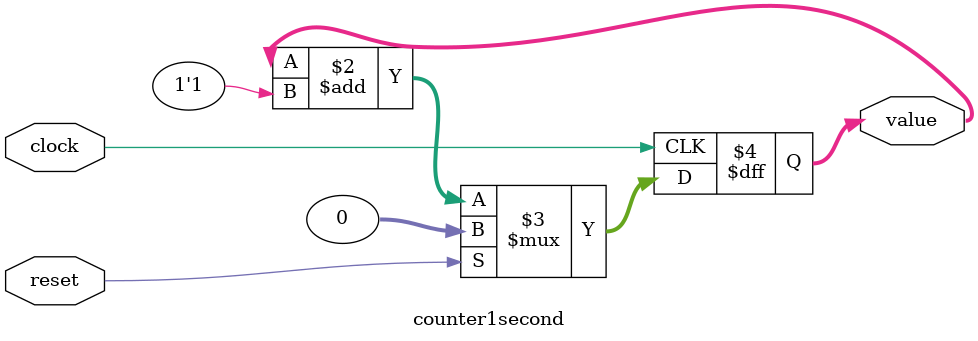
<source format=sv>
`timescale 1ns / 1ps
`default_nettype none

module counter1second (
	input  wire 		 clock,
	input  wire 		 reset,
	output logic [31:0] value
);

   always @(posedge clock)
	begin : mod4_counter
		value <= reset ? 0 : (value + 1'b1);
	end

endmodule
</source>
